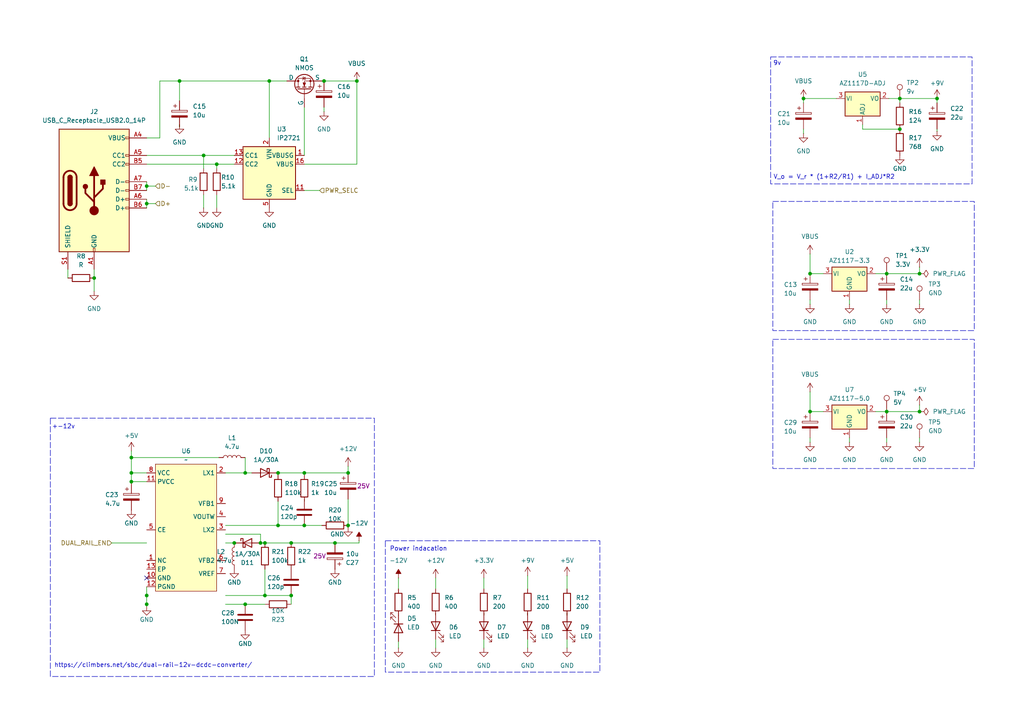
<source format=kicad_sch>
(kicad_sch (version 20231120) (generator "eeschema") (generator_version "8.0")
  (paper "A4")
  (lib_symbols
    (symbol "CODEC:R1283K0D1"
      (property "Reference" "U" (at 0 0 0))
      (symbol "R1283K0D1_1_1"
        (rectangle (start -8.89 19.05) (end 8.89 -17.78) (fill (type background)))
        (pin input line (at -11.43 -8.89 0) (length 2.54) (name "NC") (number "1"))
        (pin input line (at -11.43 -13.97 0) (length 2.54) (name "GND") (number "10"))
        (pin input line (at -11.43 13.97 0) (length 2.54) (name "PVCC") (number "11"))
        (pin input line (at -11.43 -16.51 0) (length 2.54) (name "PGND") (number "12"))
        (pin input line (at -11.43 -11.43 0) (length 2.54) (name "EP") (number "13"))
        (pin output line (at 11.43 16.51 180) (length 2.54) (name "LX1") (number "2"))
        (pin output line (at 11.43 0 180) (length 2.54) (name "LX2") (number "3"))
        (pin output line (at 11.43 3.81 180) (length 2.54) (name "VOUTW") (number "4"))
        (pin input line (at -11.43 0 0) (length 2.54) (name "CE") (number "5"))
        (pin output line (at 11.43 -8.89 180) (length 2.54) (name "VFB2") (number "6"))
        (pin output line (at 11.43 -12.7 180) (length 2.54) (name "VREF") (number "7"))
        (pin input line (at -11.43 16.51 0) (length 2.54) (name "VCC") (number "8"))
        (pin output line (at 11.43 7.62 180) (length 2.54) (name "VFB1") (number "9"))
      )
    )
    (symbol "Connector:TestPoint" (pin_numbers hide) (pin_names (offset 0.762) hide)
      (property "Reference" "TP" (at 0 6.858 0))
      (property "Value" "TestPoint" (at 0 5.08 0))
      (symbol "TestPoint_0_1"
        (circle (center 0 3.302) (radius 0.762))
      )
      (symbol "TestPoint_1_1"
        (pin passive line (at 0 0 90) (length 2.54) (name "1") (number "1"))
      )
    )
    (symbol "Connector:USB_C_Receptacle_USB2.0_14P" (pin_names (offset 1.016))
      (property "Reference" "J" (at 0 22.225 0))
      (property "Value" "USB_C_Receptacle_USB2.0_14P" (at 0 19.685 0))
      (symbol "USB_C_Receptacle_USB2.0_14P_0_0"
        (rectangle (start -0.254 -17.78) (end 0.254 -16.764))
        (rectangle (start 10.16 -4.826) (end 9.144 -5.334))
        (rectangle (start 10.16 -2.286) (end 9.144 -2.794))
        (rectangle (start 10.16 0.254) (end 9.144 -0.254))
        (rectangle (start 10.16 2.794) (end 9.144 2.286))
        (rectangle (start 10.16 7.874) (end 9.144 7.366))
        (rectangle (start 10.16 10.414) (end 9.144 9.906))
        (rectangle (start 10.16 15.494) (end 9.144 14.986))
      )
      (symbol "USB_C_Receptacle_USB2.0_14P_0_1"
        (rectangle (start -10.16 17.78) (end 10.16 -17.78) (stroke (width 0.254)) (fill (type background)))
        (arc (start -8.89 -3.81) (mid -6.985 -5.7067) (end -5.08 -3.81) (stroke (width 0.508)))
        (arc (start -7.62 -3.81) (mid -6.985 -4.4423) (end -6.35 -3.81) (stroke (width 0.254)))
        (arc (start -7.62 -3.81) (mid -6.985 -4.4423) (end -6.35 -3.81) (stroke (width 0.254)) (fill (type outline)))
        (rectangle (start -7.62 -3.81) (end -6.35 3.81) (stroke (width 0.254)) (fill (type outline)))
        (arc (start -6.35 3.81) (mid -6.985 4.4423) (end -7.62 3.81) (stroke (width 0.254)))
        (arc (start -6.35 3.81) (mid -6.985 4.4423) (end -7.62 3.81) (stroke (width 0.254)) (fill (type outline)))
        (arc (start -5.08 3.81) (mid -6.985 5.7067) (end -8.89 3.81) (stroke (width 0.508)))
        (circle (center -2.54 1.143) (radius 0.635) (stroke (width 0.254)) (fill (type outline)))
        (circle (center 0 -5.842) (radius 1.27) (fill (type outline)))
        (polyline (pts (xy -8.89 -3.81) (xy -8.89 3.81)) (stroke (width 0.508)))
        (polyline (pts (xy -5.08 3.81) (xy -5.08 -3.81)) (stroke (width 0.508)))
        (polyline (pts (xy 0 -5.842) (xy 0 4.318)) (stroke (width 0.508)))
        (polyline (pts (xy 0 -3.302) (xy -2.54 -0.762) (xy -2.54 0.508)) (stroke (width 0.508)))
        (polyline (pts (xy 0 -2.032) (xy 2.54 0.508) (xy 2.54 1.778)) (stroke (width 0.508)))
        (polyline (pts (xy -1.27 4.318) (xy 0 6.858) (xy 1.27 4.318) (xy -1.27 4.318)) (stroke (width 0.254)) (fill (type outline)))
        (rectangle (start 1.905 1.778) (end 3.175 3.048) (stroke (width 0.254)) (fill (type outline)))
      )
      (symbol "USB_C_Receptacle_USB2.0_14P_1_1"
        (pin passive line (at 0 -22.86 90) (length 5.08) (name "GND") (number "A1"))
        (pin passive line (at 0 -22.86 90) (length 5.08) hide (name "GND") (number "A12"))
        (pin passive line (at 15.24 15.24 180) (length 5.08) (name "VBUS") (number "A4"))
        (pin bidirectional line (at 15.24 10.16 180) (length 5.08) (name "CC1") (number "A5"))
        (pin bidirectional line (at 15.24 -2.54 180) (length 5.08) (name "D+") (number "A6"))
        (pin bidirectional line (at 15.24 2.54 180) (length 5.08) (name "D-") (number "A7"))
        (pin passive line (at 15.24 15.24 180) (length 5.08) hide (name "VBUS") (number "A9"))
        (pin passive line (at 0 -22.86 90) (length 5.08) hide (name "GND") (number "B1"))
        (pin passive line (at 0 -22.86 90) (length 5.08) hide (name "GND") (number "B12"))
        (pin passive line (at 15.24 15.24 180) (length 5.08) hide (name "VBUS") (number "B4"))
        (pin bidirectional line (at 15.24 7.62 180) (length 5.08) (name "CC2") (number "B5"))
        (pin bidirectional line (at 15.24 -5.08 180) (length 5.08) (name "D+") (number "B6"))
        (pin bidirectional line (at 15.24 0 180) (length 5.08) (name "D-") (number "B7"))
        (pin passive line (at 15.24 15.24 180) (length 5.08) hide (name "VBUS") (number "B9"))
        (pin passive line (at -7.62 -22.86 90) (length 5.08) (name "SHIELD") (number "S1"))
      )
    )
    (symbol "Device:C" (pin_numbers hide) (pin_names (offset 0.254))
      (property "Reference" "C" (at 0.635 2.54 0))
      (property "Value" "C" (at 0.635 -2.54 0))
      (symbol "C_0_1"
        (polyline (pts (xy -2.032 -0.762) (xy 2.032 -0.762)) (stroke (width 0.508)))
        (polyline (pts (xy -2.032 0.762) (xy 2.032 0.762)) (stroke (width 0.508)))
      )
      (symbol "C_1_1"
        (pin passive line (at 0 3.81 270) (length 2.794) (name "~") (number "1"))
        (pin passive line (at 0 -3.81 90) (length 2.794) (name "~") (number "2"))
      )
    )
    (symbol "Device:C_Polarized" (pin_numbers hide) (pin_names (offset 0.254))
      (property "Reference" "C" (at 0.635 2.54 0))
      (property "Value" "C_Polarized" (at 0.635 -2.54 0))
      (symbol "C_Polarized_0_1"
        (rectangle (start -2.286 0.508) (end 2.286 1.016))
        (polyline (pts (xy -1.778 2.286) (xy -0.762 2.286)))
        (polyline (pts (xy -1.27 2.794) (xy -1.27 1.778)))
        (rectangle (start 2.286 -0.508) (end -2.286 -1.016) (fill (type outline)))
      )
      (symbol "C_Polarized_1_1"
        (pin passive line (at 0 3.81 270) (length 2.794) (name "~") (number "1"))
        (pin passive line (at 0 -3.81 90) (length 2.794) (name "~") (number "2"))
      )
    )
    (symbol "Device:D_Schottky" (pin_numbers hide) (pin_names (offset 1.016) hide)
      (property "Reference" "D" (at 0 2.54 0))
      (property "Value" "D_Schottky" (at 0 -2.54 0))
      (symbol "D_Schottky_0_1"
        (polyline (pts (xy 1.27 0) (xy -1.27 0)))
        (polyline (pts (xy 1.27 1.27) (xy 1.27 -1.27) (xy -1.27 0) (xy 1.27 1.27)) (stroke (width 0.254)))
        (polyline (pts (xy -1.905 0.635) (xy -1.905 1.27) (xy -1.27 1.27) (xy -1.27 -1.27) (xy -0.635 -1.27) (xy -0.635 -0.635)) (stroke (width 0.254)))
      )
      (symbol "D_Schottky_1_1"
        (pin passive line (at -3.81 0 0) (length 2.54) (name "K") (number "1"))
        (pin passive line (at 3.81 0 180) (length 2.54) (name "A") (number "2"))
      )
    )
    (symbol "Device:L" (pin_numbers hide) (pin_names (offset 1.016) hide)
      (property "Reference" "L" (at -1.27 0 90))
      (property "Value" "L" (at 1.905 0 90))
      (symbol "L_0_1"
        (arc (start 0 -2.54) (mid 0.6323 -1.905) (end 0 -1.27))
        (arc (start 0 -1.27) (mid 0.6323 -0.635) (end 0 0))
        (arc (start 0 0) (mid 0.6323 0.635) (end 0 1.27))
        (arc (start 0 1.27) (mid 0.6323 1.905) (end 0 2.54))
      )
      (symbol "L_1_1"
        (pin passive line (at 0 3.81 270) (length 1.27) (name "1") (number "1"))
        (pin passive line (at 0 -3.81 90) (length 1.27) (name "2") (number "2"))
      )
    )
    (symbol "Device:LED" (pin_numbers hide) (pin_names (offset 1.016) hide)
      (property "Reference" "D" (at 0 2.54 0))
      (property "Value" "LED" (at 0 -2.54 0))
      (symbol "LED_0_1"
        (polyline (pts (xy -1.27 -1.27) (xy -1.27 1.27)) (stroke (width 0.254)))
        (polyline (pts (xy -1.27 0) (xy 1.27 0)))
        (polyline (pts (xy 1.27 -1.27) (xy 1.27 1.27) (xy -1.27 0) (xy 1.27 -1.27)) (stroke (width 0.254)))
        (polyline (pts (xy -3.048 -0.762) (xy -4.572 -2.286) (xy -3.81 -2.286) (xy -4.572 -2.286) (xy -4.572 -1.524)))
        (polyline (pts (xy -1.778 -0.762) (xy -3.302 -2.286) (xy -2.54 -2.286) (xy -3.302 -2.286) (xy -3.302 -1.524)))
      )
      (symbol "LED_1_1"
        (pin passive line (at -3.81 0 0) (length 2.54) (name "K") (number "1"))
        (pin passive line (at 3.81 0 180) (length 2.54) (name "A") (number "2"))
      )
    )
    (symbol "Device:R" (pin_numbers hide) (pin_names (offset 0))
      (property "Reference" "R" (at 2.032 0 90))
      (property "Value" "R" (at 0 0 90))
      (symbol "R_0_1"
        (rectangle (start -1.016 -2.54) (end 1.016 2.54) (stroke (width 0.254)))
      )
      (symbol "R_1_1"
        (pin passive line (at 0 3.81 270) (length 1.27) (name "~") (number "1"))
        (pin passive line (at 0 -3.81 90) (length 1.27) (name "~") (number "2"))
      )
    )
    (symbol "Interface_USB:IP2721"
      (property "Reference" "U" (at 5.08 -10.16 0))
      (property "Value" "IP2721" (at 7.62 -12.7 0))
      (symbol "IP2721_0_1"
        (rectangle (start -7.62 7.62) (end 7.62 -7.62) (stroke (width 0.254)) (fill (type background)))
      )
      (symbol "IP2721_1_1"
        (pin output line (at 10.16 5.08 180) (length 2.54) (name "VBUSG") (number "1"))
        (pin no_connect line (at -2.54 -7.62 90) (length 2.54) hide (name "NC") (number "10"))
        (pin input line (at 10.16 -5.08 180) (length 2.54) (name "SEL") (number "11"))
        (pin bidirectional line (at -10.16 2.54 0) (length 2.54) (name "CC2") (number "12"))
        (pin bidirectional line (at -10.16 5.08 0) (length 2.54) (name "CC1") (number "13"))
        (pin no_connect line (at 2.54 -7.62 90) (length 2.54) hide (name "NC") (number "14"))
        (pin no_connect line (at 5.08 -7.62 90) (length 2.54) hide (name "NC") (number "15"))
        (pin input line (at 10.16 2.54 180) (length 2.54) (name "VBUS") (number "16"))
        (pin power_in line (at 0 10.16 270) (length 2.54) (name "VIN") (number "2"))
        (pin no_connect line (at -5.08 7.62 270) (length 2.54) hide (name "NC") (number "3"))
        (pin no_connect line (at -7.62 -2.54 0) (length 2.54) hide (name "NC") (number "4"))
        (pin power_in line (at 0 -10.16 90) (length 2.54) (name "GND") (number "5"))
        (pin no_connect line (at -2.54 7.62 270) (length 2.54) hide (name "NC") (number "6"))
        (pin no_connect line (at 2.54 7.62 270) (length 2.54) hide (name "NC") (number "7"))
        (pin no_connect line (at 5.08 7.62 270) (length 2.54) hide (name "NC") (number "8"))
        (pin no_connect line (at -5.08 -7.62 90) (length 2.54) hide (name "NC") (number "9"))
      )
    )
    (symbol "Regulator_Linear:AZ1117-3.3" (pin_names (offset 0.254))
      (property "Reference" "U" (at -3.81 3.175 0))
      (property "Value" "AZ1117-3.3" (at 0 3.175 0))
      (symbol "AZ1117-3.3_0_1"
        (rectangle (start -5.08 1.905) (end 5.08 -5.08) (stroke (width 0.254)) (fill (type background)))
      )
      (symbol "AZ1117-3.3_1_1"
        (pin power_in line (at 0 -7.62 90) (length 2.54) (name "GND") (number "1"))
        (pin power_out line (at 7.62 0 180) (length 2.54) (name "VO") (number "2"))
        (pin power_in line (at -7.62 0 0) (length 2.54) (name "VI") (number "3"))
      )
    )
    (symbol "Regulator_Linear:AZ1117-5.0" (pin_names (offset 0.254))
      (property "Reference" "U" (at -3.81 3.175 0))
      (property "Value" "AZ1117-5.0" (at 0 3.175 0))
      (symbol "AZ1117-5.0_0_1"
        (rectangle (start -5.08 1.905) (end 5.08 -5.08) (stroke (width 0.254)) (fill (type background)))
      )
      (symbol "AZ1117-5.0_1_1"
        (pin power_in line (at 0 -7.62 90) (length 2.54) (name "GND") (number "1"))
        (pin power_out line (at 7.62 0 180) (length 2.54) (name "VO") (number "2"))
        (pin power_in line (at -7.62 0 0) (length 2.54) (name "VI") (number "3"))
      )
    )
    (symbol "Regulator_Linear:AZ1117D-ADJ" (pin_names (offset 0.254))
      (property "Reference" "U" (at -3.81 3.175 0))
      (property "Value" "AZ1117D-ADJ" (at 0 3.175 0))
      (symbol "AZ1117D-ADJ_0_1"
        (rectangle (start -5.08 1.905) (end 5.08 -5.08) (stroke (width 0.254)) (fill (type background)))
      )
      (symbol "AZ1117D-ADJ_1_1"
        (pin input line (at 0 -7.62 90) (length 2.54) (name "ADJ") (number "1"))
        (pin power_out line (at 7.62 0 180) (length 2.54) (name "VO") (number "2"))
        (pin power_in line (at -7.62 0 0) (length 2.54) (name "VI") (number "3"))
      )
    )
    (symbol "Simulation_SPICE:NMOS" (pin_numbers hide) (pin_names (offset 0))
      (property "Reference" "Q" (at 5.08 1.27 0))
      (property "Value" "NMOS" (at 5.08 -1.27 0))
      (symbol "NMOS_0_1"
        (polyline (pts (xy 0.254 0) (xy -2.54 0)))
        (polyline (pts (xy 0.254 1.905) (xy 0.254 -1.905)) (stroke (width 0.254)))
        (polyline (pts (xy 0.762 -1.27) (xy 0.762 -2.286)) (stroke (width 0.254)))
        (polyline (pts (xy 0.762 0.508) (xy 0.762 -0.508)) (stroke (width 0.254)))
        (polyline (pts (xy 0.762 2.286) (xy 0.762 1.27)) (stroke (width 0.254)))
        (polyline (pts (xy 2.54 2.54) (xy 2.54 1.778)))
        (polyline (pts (xy 2.54 -2.54) (xy 2.54 0) (xy 0.762 0)))
        (polyline (pts (xy 0.762 -1.778) (xy 3.302 -1.778) (xy 3.302 1.778) (xy 0.762 1.778)))
        (polyline (pts (xy 1.016 0) (xy 2.032 0.381) (xy 2.032 -0.381) (xy 1.016 0)) (fill (type outline)))
        (polyline (pts (xy 2.794 0.508) (xy 2.921 0.381) (xy 3.683 0.381) (xy 3.81 0.254)))
        (polyline (pts (xy 3.302 0.381) (xy 2.921 -0.254) (xy 3.683 -0.254) (xy 3.302 0.381)))
        (circle (center 1.651 0) (radius 2.794) (stroke (width 0.254)))
        (circle (center 2.54 -1.778) (radius 0.254) (fill (type outline)))
        (circle (center 2.54 1.778) (radius 0.254) (fill (type outline)))
      )
      (symbol "NMOS_1_1"
        (pin passive line (at 2.54 5.08 270) (length 2.54) (name "D") (number "1"))
        (pin input line (at -5.08 0 0) (length 2.54) (name "G") (number "2"))
        (pin passive line (at 2.54 -5.08 90) (length 2.54) (name "S") (number "3"))
      )
    )
    (symbol "power:+12V" (power) (pin_numbers hide) (pin_names (offset 0) hide)
      (property "Value" "+12V" (at 0 3.556 0))
      (symbol "+12V_0_1"
        (polyline (pts (xy -0.762 1.27) (xy 0 2.54)))
        (polyline (pts (xy 0 0) (xy 0 2.54)))
        (polyline (pts (xy 0 2.54) (xy 0.762 1.27)))
      )
      (symbol "+12V_1_1"
        (pin power_in line (at 0 0 90) (length 0) (name "~") (number "1"))
      )
    )
    (symbol "power:+3.3V" (power) (pin_numbers hide) (pin_names (offset 0) hide)
      (property "Value" "+3.3V" (at 0 3.556 0))
      (symbol "+3.3V_0_1"
        (polyline (pts (xy -0.762 1.27) (xy 0 2.54)))
        (polyline (pts (xy 0 0) (xy 0 2.54)))
        (polyline (pts (xy 0 2.54) (xy 0.762 1.27)))
      )
      (symbol "+3.3V_1_1"
        (pin power_in line (at 0 0 90) (length 0) (name "~") (number "1"))
      )
    )
    (symbol "power:+5V" (power) (pin_numbers hide) (pin_names (offset 0) hide)
      (property "Value" "+5V" (at 0 3.556 0))
      (symbol "+5V_0_1"
        (polyline (pts (xy -0.762 1.27) (xy 0 2.54)))
        (polyline (pts (xy 0 0) (xy 0 2.54)))
        (polyline (pts (xy 0 2.54) (xy 0.762 1.27)))
      )
      (symbol "+5V_1_1"
        (pin power_in line (at 0 0 90) (length 0) (name "~") (number "1"))
      )
    )
    (symbol "power:+9V" (power) (pin_numbers hide) (pin_names (offset 0) hide)
      (property "Value" "+9V" (at 0 3.556 0))
      (symbol "+9V_0_1"
        (polyline (pts (xy -0.762 1.27) (xy 0 2.54)))
        (polyline (pts (xy 0 0) (xy 0 2.54)))
        (polyline (pts (xy 0 2.54) (xy 0.762 1.27)))
      )
      (symbol "+9V_1_1"
        (pin power_in line (at 0 0 90) (length 0) (name "~") (number "1"))
      )
    )
    (symbol "power:-12V" (power) (pin_numbers hide) (pin_names (offset 0) hide)
      (property "Value" "-12V" (at 0 3.556 0))
      (symbol "-12V_0_0"
        (pin power_in line (at 0 0 90) (length 0) (name "~") (number "1"))
      )
      (symbol "-12V_0_1"
        (polyline (pts (xy 0 0) (xy 0 1.27) (xy 0.762 1.27) (xy 0 2.54) (xy -0.762 1.27) (xy 0 1.27)) (fill (type outline)))
      )
    )
    (symbol "power:GND" (power) (pin_numbers hide) (pin_names (offset 0) hide)
      (property "Value" "GND" (at 0 -3.81 0))
      (symbol "GND_0_1"
        (polyline (pts (xy 0 0) (xy 0 -1.27) (xy 1.27 -1.27) (xy 0 -2.54) (xy -1.27 -1.27) (xy 0 -1.27)))
      )
      (symbol "GND_1_1"
        (pin power_in line (at 0 0 270) (length 0) (name "~") (number "1"))
      )
    )
    (symbol "power:PWR_FLAG" (power) (pin_numbers hide) (pin_names (offset 0) hide)
      (property "Value" "PWR_FLAG" (at 0 3.81 0))
      (symbol "PWR_FLAG_0_0"
        (pin power_out line (at 0 0 90) (length 0) (name "~") (number "1"))
      )
      (symbol "PWR_FLAG_0_1"
        (polyline (pts (xy 0 0) (xy 0 1.27) (xy -1.016 1.905) (xy 0 2.54) (xy 1.016 1.905) (xy 0 1.27)))
      )
    )
    (symbol "power:VBUS" (power) (pin_numbers hide) (pin_names (offset 0) hide)
      (property "Value" "VBUS" (at 0 3.556 0))
      (symbol "VBUS_0_1"
        (polyline (pts (xy -0.762 1.27) (xy 0 2.54)))
        (polyline (pts (xy 0 0) (xy 0 2.54)))
        (polyline (pts (xy 0 2.54) (xy 0.762 1.27)))
      )
      (symbol "VBUS_1_1"
        (pin power_in line (at 0 0 90) (length 0) (name "~") (number "1"))
      )
    )
  )
  (junction (at 71.12 137.16))
  (junction (at 88.265 152.4))
  (junction (at 103.505 23.495))
  (junction (at 38.1 132.715))
  (junction (at 52.07 23.495))
  (junction (at 38.1 139.7))
  (junction (at 42.545 59.055))
  (junction (at 260.985 28.575))
  (junction (at 62.865 47.625))
  (junction (at 271.78 28.575))
  (junction (at 67.945 157.48))
  (junction (at 76.835 172.72))
  (junction (at 42.545 53.975))
  (junction (at 84.455 172.72))
  (junction (at 234.95 119.38))
  (junction (at 266.7 79.375))
  (junction (at 93.98 23.495))
  (junction (at 84.455 157.48))
  (junction (at 257.175 79.375))
  (junction (at 88.265 137.16))
  (junction (at 260.985 37.465))
  (junction (at 27.305 80.645))
  (junction (at 80.645 137.16))
  (junction (at 75.565 157.48))
  (junction (at 71.12 175.26))
  (junction (at 97.155 157.48))
  (junction (at 42.545 175.26))
  (junction (at 42.545 172.72))
  (junction (at 100.965 137.16))
  (junction (at 266.7 119.38))
  (junction (at 257.175 119.38))
  (junction (at 59.055 45.085))
  (junction (at 76.835 157.48))
  (junction (at 234.95 79.375))
  (junction (at 100.965 152.4))
  (junction (at 80.645 152.4))
  (junction (at 233.045 28.575))
  (junction (at 78.105 23.495))
  (junction (at 38.1 137.16))
  (no_connect (at 42.545 167.64))
  (wire (pts (xy 42.545 172.72) (xy 42.545 175.26)))
  (wire (pts (xy 88.265 47.625) (xy 103.505 47.625)))
  (wire (pts (xy 164.465 178.435) (xy 164.465 177.8)))
  (wire (pts (xy 46.355 23.495) (xy 46.355 40.005)))
  (wire (pts (xy 164.465 167.005) (xy 164.465 170.815)))
  (wire (pts (xy 42.545 175.26) (xy 42.545 175.895)))
  (wire (pts (xy 84.455 157.48) (xy 97.155 157.48)))
  (wire (pts (xy 42.545 53.975) (xy 42.545 55.245)))
  (wire (pts (xy 42.545 45.085) (xy 59.055 45.085)))
  (wire (pts (xy 38.1 139.7) (xy 42.545 139.7)))
  (wire (pts (xy 42.545 53.975) (xy 45.085 53.975)))
  (wire (pts (xy 257.175 119.38) (xy 266.7 119.38)))
  (wire (pts (xy 88.265 145.415) (xy 88.265 144.78)))
  (wire (pts (xy 88.265 31.115) (xy 88.265 45.085)))
  (wire (pts (xy 65.405 137.16) (xy 71.12 137.16)))
  (wire (pts (xy 100.965 144.78) (xy 100.965 152.4)))
  (wire (pts (xy 80.645 152.4) (xy 88.265 152.4)))
  (wire (pts (xy 27.305 80.645) (xy 27.305 78.105)))
  (wire (pts (xy 46.355 23.495) (xy 52.07 23.495)))
  (wire (pts (xy 42.545 47.625) (xy 62.865 47.625)))
  (wire (pts (xy 164.465 187.96) (xy 164.465 185.42)))
  (wire (pts (xy 76.835 157.48) (xy 75.565 157.48)))
  (wire (pts (xy 103.505 23.495) (xy 93.98 23.495)))
  (wire (pts (xy 126.365 178.435) (xy 126.365 177.8)))
  (wire (pts (xy 27.305 84.455) (xy 27.305 80.645)))
  (wire (pts (xy 234.95 113.665) (xy 234.95 119.38)))
  (wire (pts (xy 76.835 165.1) (xy 76.835 172.72)))
  (wire (pts (xy 42.545 52.705) (xy 42.545 53.975)))
  (wire (pts (xy 260.985 37.465) (xy 250.19 37.465)))
  (wire (pts (xy 38.1 132.715) (xy 63.5 132.715)))
  (wire (pts (xy 271.78 37.465) (xy 271.78 38.1)))
  (wire (pts (xy 103.505 47.625) (xy 103.505 23.495)))
  (wire (pts (xy 254 119.38) (xy 257.175 119.38)))
  (wire (pts (xy 257.175 127) (xy 257.175 128.27)))
  (wire (pts (xy 104.14 156.845) (xy 104.14 157.48)))
  (wire (pts (xy 153.035 178.435) (xy 153.035 177.8)))
  (wire (pts (xy 100.965 135.255) (xy 100.965 137.16)))
  (wire (pts (xy 234.95 79.375) (xy 238.76 79.375)))
  (wire (pts (xy 71.12 137.16) (xy 71.12 132.715)))
  (wire (pts (xy 97.155 157.48) (xy 104.14 157.48)))
  (wire (pts (xy 234.95 119.38) (xy 238.76 119.38)))
  (wire (pts (xy 250.19 37.465) (xy 250.19 36.195)))
  (wire (pts (xy 42.545 59.055) (xy 45.085 59.055)))
  (wire (pts (xy 88.265 137.795) (xy 88.265 137.16)))
  (wire (pts (xy 266.7 86.995) (xy 266.7 88.265)))
  (wire (pts (xy 65.405 175.26) (xy 71.12 175.26)))
  (wire (pts (xy 38.1 137.16) (xy 38.1 132.715)))
  (wire (pts (xy 42.545 137.16) (xy 38.1 137.16)))
  (wire (pts (xy 84.455 172.72) (xy 84.455 175.26)))
  (wire (pts (xy 260.985 28.575) (xy 260.985 29.845)))
  (wire (pts (xy 257.81 28.575) (xy 260.985 28.575)))
  (wire (pts (xy 65.405 157.48) (xy 67.945 157.48)))
  (wire (pts (xy 80.645 145.415) (xy 80.645 152.4)))
  (wire (pts (xy 153.035 167.005) (xy 153.035 170.815)))
  (wire (pts (xy 234.95 86.995) (xy 234.95 88.265)))
  (wire (pts (xy 59.055 45.085) (xy 67.945 45.085)))
  (wire (pts (xy 254 79.375) (xy 257.175 79.375)))
  (wire (pts (xy 266.7 127) (xy 266.7 128.27)))
  (wire (pts (xy 75.565 154.94) (xy 75.565 157.48)))
  (wire (pts (xy 100.965 153.035) (xy 100.965 152.4)))
  (wire (pts (xy 80.645 137.795) (xy 80.645 137.16)))
  (wire (pts (xy 42.545 170.18) (xy 42.545 172.72)))
  (wire (pts (xy 73.025 137.16) (xy 71.12 137.16)))
  (wire (pts (xy 65.405 152.4) (xy 80.645 152.4)))
  (wire (pts (xy 140.335 167.64) (xy 140.335 170.815)))
  (wire (pts (xy 246.38 127) (xy 246.38 128.27)))
  (wire (pts (xy 80.645 137.16) (xy 88.265 137.16)))
  (wire (pts (xy 38.1 137.16) (xy 38.1 139.7)))
  (wire (pts (xy 93.98 31.115) (xy 93.98 32.385)))
  (wire (pts (xy 115.57 167.64) (xy 115.57 170.815)))
  (wire (pts (xy 257.175 86.995) (xy 257.175 88.265)))
  (wire (pts (xy 65.405 154.94) (xy 75.565 154.94)))
  (wire (pts (xy 260.985 28.575) (xy 271.78 28.575)))
  (wire (pts (xy 62.865 47.625) (xy 67.945 47.625)))
  (wire (pts (xy 65.405 172.72) (xy 76.835 172.72)))
  (wire (pts (xy 126.365 167.64) (xy 126.365 170.815)))
  (wire (pts (xy 71.12 175.26) (xy 76.835 175.26)))
  (wire (pts (xy 140.335 187.96) (xy 140.335 185.42)))
  (wire (pts (xy 88.265 137.16) (xy 100.965 137.16)))
  (wire (pts (xy 52.07 23.495) (xy 78.105 23.495)))
  (wire (pts (xy 93.98 23.495) (xy 93.345 23.495)))
  (wire (pts (xy 52.07 23.495) (xy 52.07 29.21)))
  (wire (pts (xy 153.035 187.96) (xy 153.035 185.42)))
  (wire (pts (xy 32.385 157.48) (xy 42.545 157.48)))
  (wire (pts (xy 59.055 60.325) (xy 59.055 56.515)))
  (wire (pts (xy 93.345 152.4) (xy 88.265 152.4)))
  (wire (pts (xy 257.175 78.74) (xy 257.175 79.375)))
  (wire (pts (xy 52.07 36.83) (xy 52.07 36.195)))
  (wire (pts (xy 76.835 157.48) (xy 84.455 157.48)))
  (wire (pts (xy 126.365 187.96) (xy 126.365 185.42)))
  (wire (pts (xy 88.265 55.245) (xy 92.71 55.245)))
  (wire (pts (xy 59.055 48.895) (xy 59.055 45.085)))
  (wire (pts (xy 233.045 28.575) (xy 233.045 29.845)))
  (wire (pts (xy 233.045 28.575) (xy 242.57 28.575)))
  (wire (pts (xy 266.7 117.475) (xy 266.7 119.38)))
  (wire (pts (xy 257.175 79.375) (xy 266.7 79.375)))
  (wire (pts (xy 233.045 37.465) (xy 233.045 38.735)))
  (wire (pts (xy 38.1 139.7) (xy 38.1 140.335)))
  (wire (pts (xy 234.95 127) (xy 234.95 128.27)))
  (wire (pts (xy 271.78 28.575) (xy 271.78 29.845)))
  (wire (pts (xy 246.38 86.995) (xy 246.38 88.265)))
  (wire (pts (xy 62.865 60.325) (xy 62.865 56.515)))
  (wire (pts (xy 42.545 40.005) (xy 46.355 40.005)))
  (wire (pts (xy 78.105 40.005) (xy 78.105 23.495)))
  (wire (pts (xy 257.175 118.745) (xy 257.175 119.38)))
  (wire (pts (xy 42.545 59.055) (xy 42.545 60.325)))
  (wire (pts (xy 115.57 187.96) (xy 115.57 186.055)))
  (wire (pts (xy 78.105 23.495) (xy 83.185 23.495)))
  (wire (pts (xy 42.545 57.785) (xy 42.545 59.055)))
  (wire (pts (xy 38.1 130.81) (xy 38.1 132.715)))
  (wire (pts (xy 234.95 73.66) (xy 234.95 79.375)))
  (wire (pts (xy 19.685 80.645) (xy 19.685 78.105)))
  (wire (pts (xy 140.335 178.435) (xy 140.335 177.8)))
  (wire (pts (xy 76.835 172.72) (xy 84.455 172.72)))
  (wire (pts (xy 62.865 48.895) (xy 62.865 47.625)))
  (wire (pts (xy 266.7 77.47) (xy 266.7 79.375)))
  (rectangle (start 111.76 156.845) (end 173.99 194.945) (stroke (width 0) (type dash)))
  (rectangle (start 224.155 98.425) (end 282.575 135.89) (stroke (width 0) (type dash)))
  (rectangle (start 224.155 58.42) (end 282.575 95.885) (stroke (width 0) (type dash)))
  (rectangle (start 223.52 16.51) (end 281.94 53.34) (stroke (width 0) (type dash)))
  (rectangle (start 14.605 121.285) (end 108.585 196.215) (stroke (width 0) (type dash)))
  (rectangle (start 229.235 16.51) (end 229.235 16.51))
  (text_box "do we think there is a better way to do these LDOs, like bucks instead\n\n\ni do wonder if we need PD anymore or if we can just buck boost the 5v vbus upto 9v\n\nwe should treat every thing here as kinda rf, so we dont fuck with any audio signals too much\n" (at 298.45 19.685 0) (size 67.31 112.395) (effects (font (size 1.27 1.27)) (justify left top)))
  (text "9v" (at 225.425 18.415 0) (effects (font (size 1.27 1.27))))
  (text "https://climbers.net/sbc/dual-rail-12v-dcdc-converter/" (at 44.45 193.04 0) (effects (font (size 1.27 1.27))))
  (text "+-12v" (at 18.415 123.825 0) (effects (font (size 1.27 1.27))))
  (text "Power indacation\n" (at 113.03 160.02 0) (effects (font (size 1.27 1.27)) (justify left bottom)))
  (text "V_o = V_r * (1+R2/R1) + I_ADJ*R2\n" (at 241.935 51.435 0) (effects (font (size 1.27 1.27))))
  (hierarchical_label "PWR_SELC" (shape input) (at 92.71 55.245 0))
  (hierarchical_label "D-" (shape input) (at 45.085 53.975 0))
  (hierarchical_label "D+" (shape input) (at 45.085 59.055 0))
  (hierarchical_label "DUAL_RAIL_EN" (shape input) (at 32.385 157.48 180))
  (symbol (lib_id "power:GND") (at 271.78 38.1 0) (unit 1)
    (property "Reference" "#PWR053" (effects (hide yes)))
    (property "Value" "GND" (at 271.78 43.18 0))
    (property "Description" "Power symbol creates a global label with name \"GND\" , ground" (effects (hide yes)))
  )
  (symbol (lib_id "Device:R") (at 59.055 52.705 0) (unit 1)
    (property "Reference" "R9" (at 54.61 52.07 0) (effects (justify left)))
    (property "Value" "5.1k" (at 53.34 54.61 0) (effects (justify left)))
    (property "Description" "Resistor" (effects (hide yes)))
  )
  (symbol (lib_id "Device:D_Schottky") (at 71.755 157.48 0) (unit 1)
    (property "Reference" "D11" (at 71.755 163.195 0))
    (property "Value" "1A/30A" (at 71.755 160.655 0))
    (property "Description" "Schottky diode" (effects (hide yes)))
    (property "A" "1" (effects (hide yes)))
    (property "V" "30" (effects (hide yes)))
  )
  (symbol (lib_id "Device:C_Polarized") (at 234.95 123.19 0) (unit 1)
    (property "Reference" "C29" (at 227.33 122.555 0) (effects (justify left)))
    (property "Value" "10u" (at 227.33 125.095 0) (effects (justify left)))
    (property "Footprint" "Capacitor_SMD:C_0805_2012Metric" (effects (hide yes)))
    (property "Description" "Polarized capacitor" (effects (hide yes)))
  )
  (symbol (lib_id "Device:R") (at 97.155 152.4 90) (unit 1)
    (property "Reference" "R20" (at 97.155 147.955 90))
    (property "Value" "10K" (at 97.155 150.495 90))
    (property "Description" "Resistor" (effects (hide yes)))
  )
  (symbol (lib_id "Regulator_Linear:AZ1117D-ADJ") (at 250.19 28.575 0) (unit 1)
    (property "Reference" "U5" (at 250.19 21.59 0))
    (property "Value" "AZ1117D-ADJ" (at 250.19 24.13 0))
    (property "Footprint" "Package_TO_SOT_SMD:TO-252-2" (effects (hide yes)))
    (property "Datasheet" "https://www.diodes.com/assets/Datasheets/products_inactive_data/AZ1117.pdf" (effects (hide yes)))
    (property "Description" "1A 20V Adjustable LDO Linear Regulator, TO-252" (effects (hide yes)))
  )
  (symbol (lib_id "Connector:USB_C_Receptacle_USB2.0_14P") (at 27.305 55.245 0) (unit 1)
    (property "Reference" "J2" (at 27.305 32.385 0))
    (property "Value" "USB_C_Receptacle_USB2.0_14P" (at 27.305 34.925 0))
    (property "Datasheet" "https://www.usb.org/sites/default/files/documents/usb_type-c.zip" (effects (hide yes)))
    (property "Description" "USB 2.0-only 14P Type-C Receptacle connector" (effects (hide yes)))
  )
  (symbol (lib_id "power:GND") (at 234.95 128.27 0) (unit 1)
    (property "Reference" "#PWR067" (effects (hide yes)))
    (property "Value" "GND" (at 234.95 133.35 0))
    (property "Description" "Power symbol creates a global label with name \"GND\" , ground" (effects (hide yes)))
  )
  (symbol (lib_id "Connector:TestPoint") (at 266.7 127 0) (unit 1)
    (property "Reference" "TP5" (at 269.24 122.428 0) (effects (justify left)))
    (property "Value" "GND" (at 269.24 124.968 0) (effects (justify left)))
    (property "Footprint" "TestPoint:TestPoint_Pad_D1.5mm" (effects (hide yes)))
    (property "Description" "test point" (effects (hide yes)))
  )
  (symbol (lib_id "power:+12V") (at 126.365 167.64 0) (unit 1)
    (property "Reference" "#PWR032" (effects (hide yes)))
    (property "Value" "+12V" (at 126.365 162.56 0))
    (property "Description" "Power symbol creates a global label with name \"+12V\"" (effects (hide yes)))
  )
  (symbol (lib_id "Device:LED") (at 153.035 181.61 90) (unit 1)
    (property "Reference" "D8" (at 156.845 181.9275 90) (effects (justify right)))
    (property "Value" "LED" (at 156.845 184.4675 90) (effects (justify right)))
    (property "Footprint" "LED_SMD:LED_0805_2012Metric" (effects (hide yes)))
    (property "Description" "Light emitting diode" (effects (hide yes)))
  )
  (symbol (lib_id "Device:L") (at 67.31 132.715 90) (unit 1)
    (property "Reference" "L1" (at 67.31 127 90))
    (property "Value" "4.7u" (at 67.31 129.54 90))
    (property "Description" "Inductor" (effects (hide yes)))
  )
  (symbol (lib_id "power:-12V") (at 104.14 156.845 0) (unit 1)
    (property "Reference" "#PWR064" (effects (hide yes)))
    (property "Value" "-12V" (at 104.14 151.765 0))
    (property "Description" "Power symbol creates a global label with name \"-12V\"" (effects (hide yes)))
  )
  (symbol (lib_id "power:GND") (at 62.865 60.325 0) (unit 1)
    (property "Reference" "#PWR023" (effects (hide yes)))
    (property "Value" "GND" (at 62.865 65.405 0))
    (property "Description" "Power symbol creates a global label with name \"GND\" , ground" (effects (hide yes)))
  )
  (symbol (lib_id "power:+5V") (at 38.1 130.81 0) (unit 1)
    (property "Reference" "#PWR072" (effects (hide yes)))
    (property "Value" "+5V" (at 38.1 126.365 0))
    (property "Description" "Power symbol creates a global label with name \"+5V\"" (effects (hide yes)))
  )
  (symbol (lib_id "Device:R") (at 76.835 161.29 0) (unit 1)
    (property "Reference" "R21" (at 78.74 160.0199 0) (effects (justify left)))
    (property "Value" "100k" (at 78.74 162.5599 0) (effects (justify left)))
    (property "Description" "Resistor" (effects (hide yes)))
  )
  (symbol (lib_id "Device:L") (at 67.945 161.29 180) (unit 1)
    (property "Reference" "L2" (at 62.865 160.02 0) (effects (justify right)))
    (property "Value" "4.7u" (at 62.865 162.56 0) (effects (justify right)))
    (property "Description" "Inductor" (effects (hide yes)))
  )
  (symbol (lib_id "power:GND") (at 257.175 88.265 0) (unit 1)
    (property "Reference" "#PWR034" (effects (hide yes)))
    (property "Value" "GND" (at 257.175 93.345 0))
    (property "Description" "Power symbol creates a global label with name \"GND\" , ground" (effects (hide yes)))
  )
  (symbol (lib_id "Device:R") (at 115.57 174.625 180) (unit 1)
    (property "Reference" "R5" (at 118.11 173.355 0) (effects (justify right)))
    (property "Value" "400" (at 118.11 175.895 0) (effects (justify right)))
    (property "Footprint" "Resistor_SMD:R_0805_2012Metric" (effects (hide yes)))
    (property "Description" "Resistor" (effects (hide yes)))
  )
  (symbol (lib_id "power:GND") (at 71.12 182.88 0) (unit 1)
    (property "Reference" "#PWR065" (effects (hide yes)))
    (property "Value" "GND" (at 71.12 186.69 0))
    (property "Description" "Power symbol creates a global label with name \"GND\" , ground" (effects (hide yes)))
  )
  (symbol (lib_id "power:GND") (at 153.035 187.96 0) (unit 1)
    (property "Reference" "#PWR025" (effects (hide yes)))
    (property "Value" "GND" (at 153.035 193.04 0))
    (property "Description" "Power symbol creates a global label with name \"GND\" , ground" (effects (hide yes)))
  )
  (symbol (lib_id "power:GND") (at 140.335 187.96 0) (unit 1)
    (property "Reference" "#PWR036" (effects (hide yes)))
    (property "Value" "GND" (at 140.335 193.04 0))
    (property "Description" "Power symbol creates a global label with name \"GND\" , ground" (effects (hide yes)))
  )
  (symbol (lib_id "power:GND") (at 126.365 187.96 0) (unit 1)
    (property "Reference" "#PWR033" (effects (hide yes)))
    (property "Value" "GND" (at 126.365 193.04 0))
    (property "Description" "Power symbol creates a global label with name \"GND\" , ground" (effects (hide yes)))
  )
  (symbol (lib_id "Device:R") (at 260.985 41.275 180) (unit 1)
    (property "Reference" "R17" (at 263.525 40.0049 0) (effects (justify right)))
    (property "Value" "768" (at 263.525 42.5449 0) (effects (justify right)))
    (property "Footprint" "Resistor_SMD:R_0805_2012Metric" (effects (hide yes)))
    (property "Description" "Resistor" (effects (hide yes)))
  )
  (symbol (lib_id "Device:C_Polarized") (at 271.78 33.655 0) (unit 1)
    (property "Reference" "C22" (at 275.59 31.496 0) (effects (justify left)))
    (property "Value" "22u" (at 275.59 34.036 0) (effects (justify left)))
    (property "Footprint" "Capacitor_SMD:C_0805_2012Metric" (effects (hide yes)))
    (property "Description" "Polarized capacitor" (effects (hide yes)))
  )
  (symbol (lib_id "Device:LED") (at 140.335 181.61 90) (unit 1)
    (property "Reference" "D7" (at 144.145 181.9275 90) (effects (justify right)))
    (property "Value" "LED" (at 144.145 184.4675 90) (effects (justify right)))
    (property "Footprint" "LED_SMD:LED_0805_2012Metric" (effects (hide yes)))
    (property "Description" "Light emitting diode" (effects (hide yes)))
  )
  (symbol (lib_id "Interface_USB:IP2721") (at 78.105 50.165 0) (unit 1)
    (property "Reference" "U3" (at 80.2991 37.465 0) (effects (justify left)))
    (property "Value" "IP2721" (at 80.2991 40.005 0) (effects (justify left)))
    (property "Footprint" "Package_SO:TSSOP-16_4.4x5mm_P0.65mm" (effects (hide yes)))
    (property "Datasheet" "https://datasheet.lcsc.com/lcsc/2006111335_INJOINIC-IP2721_C603176.pdf" (effects (hide yes)))
    (property "Description" "USB TYPEC  PD Controller Interface, TSSOP-16" (effects (hide yes)))
  )
  (symbol (lib_id "Device:C") (at 84.455 168.91 0) (unit 1)
    (property "Reference" "C26" (at 77.47 167.64 0) (effects (justify left)))
    (property "Value" "120p" (at 77.47 170.18 0) (effects (justify left)))
    (property "Description" "Unpolarized capacitor" (effects (hide yes)))
  )
  (symbol (lib_id "power:VBUS") (at 234.95 73.66 0) (unit 1)
    (property "Reference" "#PWR027" (effects (hide yes)))
    (property "Value" "VBUS" (at 234.95 68.58 0))
    (property "Description" "Power symbol creates a global label with name \"VBUS\"" (effects (hide yes)))
  )
  (symbol (lib_id "Regulator_Linear:AZ1117-3.3") (at 246.38 79.375 0) (unit 1)
    (property "Reference" "U2" (at 246.38 73.025 0))
    (property "Value" "AZ1117-3.3" (at 246.38 75.565 0))
    (property "Footprint" "Package_TO_SOT_SMD:SOT-223" (effects (hide yes)))
    (property "Datasheet" "https://www.diodes.com/assets/Datasheets/AZ1117.pdf" (effects (hide yes)))
    (property "Description" "1A 20V Fixed LDO Linear Regulator, 3.3V, SOT-89/SOT-223/TO-220/TO-252/TO-263" (effects (hide yes)))
  )
  (symbol (lib_id "power:-12V") (at 115.57 167.64 0) (unit 1)
    (property "Reference" "#PWR029" (effects (hide yes)))
    (property "Value" "-12V" (at 115.57 162.56 0))
    (property "Description" "Power symbol creates a global label with name \"-12V\"" (effects (hide yes)))
  )
  (symbol (lib_id "Device:R") (at 153.035 174.625 180) (unit 1)
    (property "Reference" "R11" (at 155.575 173.355 0) (effects (justify right)))
    (property "Value" "200" (at 155.575 175.895 0) (effects (justify right)))
    (property "Footprint" "Resistor_SMD:R_0805_2012Metric" (effects (hide yes)))
    (property "Description" "Resistor" (effects (hide yes)))
  )
  (symbol (lib_id "power:VBUS") (at 103.505 23.495 0) (unit 1)
    (property "Reference" "#PWR026" (effects (hide yes)))
    (property "Value" "VBUS" (at 103.505 18.415 0))
    (property "Description" "Power symbol creates a global label with name \"VBUS\"" (effects (hide yes)))
  )
  (symbol (lib_id "CODEC:R1283K0D1") (at 53.975 153.67 0) (unit 1)
    (property "Reference" "U6" (at 53.975 130.81 0))
    (property "Value" "~" (at 53.975 133.35 0))
    (property "Footprint" "DualStepupDC:DFN-12-1EP_2.7x3mm_P0.5mm_EP1.7x2.7mm_HandSolder" (effects (hide yes)))
    (property "Datasheet" "https://www.nisshinbo-microdevices.co.jp/en/pdf/datasheet/r1283-ea.pdf" (effects (hide yes)))
  )
  (symbol (lib_id "power:+9V") (at 153.035 167.005 0) (unit 1)
    (property "Reference" "#PWR020" (effects (hide yes)))
    (property "Value" "+9V" (at 153.035 162.56 0))
    (property "Description" "Power symbol creates a global label with name \"+9V\"" (effects (hide yes)))
  )
  (symbol (lib_id "Connector:TestPoint") (at 257.175 78.74 0) (unit 1)
    (property "Reference" "TP1" (at 259.715 74.168 0) (effects (justify left)))
    (property "Value" "3.3V" (at 259.715 76.708 0) (effects (justify left)))
    (property "Footprint" "TestPoint:TestPoint_Pad_D1.5mm" (effects (hide yes)))
    (property "Description" "test point" (effects (hide yes)))
  )
  (symbol (lib_id "Device:R") (at 80.645 175.26 270) (unit 1)
    (property "Reference" "R23" (at 80.645 179.705 90))
    (property "Value" "10K" (at 80.645 177.165 90))
    (property "Description" "Resistor" (effects (hide yes)))
  )
  (symbol (lib_id "Device:R") (at 84.455 161.29 0) (unit 1)
    (property "Reference" "R22" (at 86.36 160.0199 0) (effects (justify left)))
    (property "Value" "1k" (at 86.36 162.5599 0) (effects (justify left)))
    (property "Description" "Resistor" (effects (hide yes)))
  )
  (symbol (lib_id "power:GND") (at 52.07 36.195 0) (unit 1)
    (property "Reference" "#PWR021" (effects (hide yes)))
    (property "Value" "GND" (at 52.07 41.275 0))
    (property "Description" "Power symbol creates a global label with name \"GND\" , ground" (effects (hide yes)))
  )
  (symbol (lib_id "Device:R") (at 126.365 174.625 180) (unit 1)
    (property "Reference" "R6" (at 128.905 173.355 0) (effects (justify right)))
    (property "Value" "400" (at 128.905 175.895 0) (effects (justify right)))
    (property "Footprint" "Resistor_SMD:R_0805_2012Metric" (effects (hide yes)))
    (property "Description" "Resistor" (effects (hide yes)))
  )
  (symbol (lib_id "power:GND") (at 100.965 153.035 0) (unit 1)
    (property "Reference" "#PWR060" (effects (hide yes)))
    (property "Value" "GND" (at 97.79 154.94 0))
    (property "Description" "Power symbol creates a global label with name \"GND\" , ground" (effects (hide yes)))
  )
  (symbol (lib_id "Device:LED") (at 126.365 181.61 90) (unit 1)
    (property "Reference" "D6" (at 130.175 181.9275 90) (effects (justify right)))
    (property "Value" "LED" (at 130.175 184.4675 90) (effects (justify right)))
    (property "Footprint" "LED_SMD:LED_0805_2012Metric" (effects (hide yes)))
    (property "Description" "Light emitting diode" (effects (hide yes)))
  )
  (symbol (lib_id "power:+12V") (at 100.965 135.255 0) (unit 1)
    (property "Reference" "#PWR061" (effects (hide yes)))
    (property "Value" "+12V" (at 100.965 130.175 0))
    (property "Description" "Power symbol creates a global label with name \"+12V\"" (effects (hide yes)))
  )
  (symbol (lib_id "power:GND") (at 38.1 147.955 0) (unit 1)
    (property "Reference" "#PWR058" (effects (hide yes)))
    (property "Value" "GND" (at 38.1 151.765 0))
    (property "Description" "Power symbol creates a global label with name \"GND\" , ground" (effects (hide yes)))
  )
  (symbol (lib_id "power:GND") (at 266.7 88.265 0) (unit 1)
    (property "Reference" "#PWR038" (effects (hide yes)))
    (property "Value" "GND" (at 266.7 93.345 0))
    (property "Description" "Power symbol creates a global label with name \"GND\" , ground" (effects (hide yes)))
  )
  (symbol (lib_id "power:GND") (at 246.38 88.265 0) (unit 1)
    (property "Reference" "#PWR031" (effects (hide yes)))
    (property "Value" "GND" (at 246.38 93.345 0))
    (property "Description" "Power symbol creates a global label with name \"GND\" , ground" (effects (hide yes)))
  )
  (symbol (lib_id "Device:C_Polarized") (at 52.07 33.02 0) (unit 1)
    (property "Reference" "C15" (at 55.88 30.861 0) (effects (justify left)))
    (property "Value" "10u" (at 55.88 33.401 0) (effects (justify left)))
    (property "Footprint" "Capacitor_SMD:C_0805_2012Metric" (effects (hide yes)))
    (property "Description" "Polarized capacitor" (effects (hide yes)))
  )
  (symbol (lib_id "power:PWR_FLAG") (at 266.7 79.375 270) (unit 1)
    (property "Reference" "#FLG06" (effects (hide yes)))
    (property "Value" "PWR_FLAG" (at 270.51 79.3749 90) (effects (justify left)))
    (property "Description" "Special symbol for telling ERC where power comes from" (effects (hide yes)))
  )
  (symbol (lib_id "power:GND") (at 97.155 165.1 0) (unit 1)
    (property "Reference" "#PWR063" (effects (hide yes)))
    (property "Value" "GND" (at 97.155 168.91 0))
    (property "Description" "Power symbol creates a global label with name \"GND\" , ground" (effects (hide yes)))
  )
  (symbol (lib_id "Connector:TestPoint") (at 260.985 28.575 0) (unit 1)
    (property "Reference" "TP2" (at 262.89 24.0029 0) (effects (justify left)))
    (property "Value" "9v" (at 262.89 26.5429 0) (effects (justify left)))
    (property "Footprint" "TestPoint:TestPoint_Pad_D1.5mm" (effects (hide yes)))
    (property "Description" "test point" (effects (hide yes)))
  )
  (symbol (lib_id "power:GND") (at 115.57 187.96 0) (unit 1)
    (property "Reference" "#PWR030" (effects (hide yes)))
    (property "Value" "GND" (at 115.57 193.04 0))
    (property "Description" "Power symbol creates a global label with name \"GND\" , ground" (effects (hide yes)))
  )
  (symbol (lib_id "Device:R") (at 62.865 52.705 0) (unit 1)
    (property "Reference" "R10" (at 64.135 51.435 0) (effects (justify left)))
    (property "Value" "5.1k" (at 64.135 53.975 0) (effects (justify left)))
    (property "Description" "Resistor" (effects (hide yes)))
  )
  (symbol (lib_id "power:GND") (at 59.055 60.325 0) (unit 1)
    (property "Reference" "#PWR022" (effects (hide yes)))
    (property "Value" "GND" (at 59.055 65.405 0))
    (property "Description" "Power symbol creates a global label with name \"GND\" , ground" (effects (hide yes)))
  )
  (symbol (lib_id "power:+3.3V") (at 266.7 77.47 0) (unit 1)
    (property "Reference" "#PWR037" (effects (hide yes)))
    (property "Value" "+3.3V" (at 266.7 72.39 0))
    (property "Description" "Power symbol creates a global label with name \"+3.3V\"" (effects (hide yes)))
  )
  (symbol (lib_id "power:GND") (at 93.98 32.385 0) (unit 1)
    (property "Reference" "#PWR024" (effects (hide yes)))
    (property "Value" "GND" (at 93.98 37.465 0))
    (property "Description" "Power symbol creates a global label with name \"GND\" , ground" (effects (hide yes)))
  )
  (symbol (lib_id "power:VBUS") (at 234.95 113.665 0) (unit 1)
    (property "Reference" "#PWR066" (effects (hide yes)))
    (property "Value" "VBUS" (at 234.95 108.585 0))
    (property "Description" "Power symbol creates a global label with name \"VBUS\"" (effects (hide yes)))
  )
  (symbol (lib_id "Device:C_Polarized") (at 97.155 161.29 180) (unit 1)
    (property "Reference" "C27" (at 104.14 163.195 0) (effects (justify left)))
    (property "Value" "10u" (at 104.14 160.655 0) (effects (justify left)))
    (property "Footprint" "Capacitor_SMD:C_0805_2012Metric" (effects (hide yes)))
    (property "Description" "Polarized capacitor" (effects (hide yes)))
    (property "V" "25V" (at 92.71 161.29 0))
  )
  (symbol (lib_id "power:GND") (at 257.175 128.27 0) (unit 1)
    (property "Reference" "#PWR069" (effects (hide yes)))
    (property "Value" "GND" (at 257.175 133.35 0))
    (property "Description" "Power symbol creates a global label with name \"GND\" , ground" (effects (hide yes)))
  )
  (symbol (lib_id "power:+5V") (at 164.465 167.005 0) (unit 1)
    (property "Reference" "#PWR039" (effects (hide yes)))
    (property "Value" "+5V" (at 164.465 162.56 0))
    (property "Description" "Power symbol creates a global label with name \"+5V\"" (effects (hide yes)))
  )
  (symbol (lib_id "Device:C_Polarized") (at 93.98 27.305 0) (unit 1)
    (property "Reference" "C16" (at 97.79 25.146 0) (effects (justify left)))
    (property "Value" "10u" (at 97.79 27.686 0) (effects (justify left)))
    (property "Footprint" "Capacitor_SMD:C_0805_2012Metric" (effects (hide yes)))
    (property "Description" "Polarized capacitor" (effects (hide yes)))
  )
  (symbol (lib_id "Device:R") (at 23.495 80.645 90) (unit 1)
    (property "Reference" "R8" (at 23.495 74.295 90))
    (property "Value" "R" (at 23.495 76.835 90))
    (property "Description" "Resistor" (effects (hide yes)))
  )
  (symbol (lib_id "Device:C_Polarized") (at 234.95 83.185 0) (unit 1)
    (property "Reference" "C13" (at 227.33 82.55 0) (effects (justify left)))
    (property "Value" "10u" (at 227.33 85.09 0) (effects (justify left)))
    (property "Footprint" "Capacitor_SMD:C_0805_2012Metric" (effects (hide yes)))
    (property "Description" "Polarized capacitor" (effects (hide yes)))
  )
  (symbol (lib_id "power:GND") (at 67.945 165.1 0) (unit 1)
    (property "Reference" "#PWR062" (effects (hide yes)))
    (property "Value" "GND" (at 67.945 168.91 0))
    (property "Description" "Power symbol creates a global label with name \"GND\" , ground" (effects (hide yes)))
  )
  (symbol (lib_id "Device:C_Polarized") (at 233.045 33.655 0) (unit 1)
    (property "Reference" "C21" (at 225.425 33.02 0) (effects (justify left)))
    (property "Value" "10u" (at 225.425 35.56 0) (effects (justify left)))
    (property "Footprint" "Capacitor_SMD:C_0805_2012Metric" (effects (hide yes)))
    (property "Description" "Polarized capacitor" (effects (hide yes)))
  )
  (symbol (lib_id "Device:C_Polarized") (at 38.1 144.145 0) (unit 1)
    (property "Reference" "C23" (at 30.48 143.51 0) (effects (justify left)))
    (property "Value" "4.7u" (at 30.48 146.05 0) (effects (justify left)))
    (property "Footprint" "Capacitor_SMD:C_0805_2012Metric" (effects (hide yes)))
    (property "Description" "Polarized capacitor" (effects (hide yes)))
  )
  (symbol (lib_id "power:GND") (at 42.545 175.895 0) (unit 1)
    (property "Reference" "#PWR059" (effects (hide yes)))
    (property "Value" "GND" (at 42.545 179.705 0))
    (property "Description" "Power symbol creates a global label with name \"GND\" , ground" (effects (hide yes)))
  )
  (symbol (lib_id "power:+9V") (at 271.78 28.575 0) (unit 1)
    (property "Reference" "#PWR056" (effects (hide yes)))
    (property "Value" "+9V" (at 271.78 24.13 0))
    (property "Description" "Power symbol creates a global label with name \"+9V\"" (effects (hide yes)))
  )
  (symbol (lib_id "power:GND") (at 260.985 45.085 0) (unit 1)
    (property "Reference" "#PWR054" (effects (hide yes)))
    (property "Value" "GND" (at 260.985 48.895 0))
    (property "Description" "Power symbol creates a global label with name \"GND\" , ground" (effects (hide yes)))
  )
  (symbol (lib_id "power:GND") (at 27.305 84.455 0) (unit 1)
    (property "Reference" "#PWR019" (effects (hide yes)))
    (property "Value" "GND" (at 27.305 89.535 0))
    (property "Description" "Power symbol creates a global label with name \"GND\" , ground" (effects (hide yes)))
  )
  (symbol (lib_id "Device:LED") (at 164.465 181.61 90) (unit 1)
    (property "Reference" "D9" (at 168.275 181.9275 90) (effects (justify right)))
    (property "Value" "LED" (at 168.275 184.4675 90) (effects (justify right)))
    (property "Footprint" "LED_SMD:LED_0805_2012Metric" (effects (hide yes)))
    (property "Description" "Light emitting diode" (effects (hide yes)))
  )
  (symbol (lib_id "Regulator_Linear:AZ1117-5.0") (at 246.38 119.38 0) (unit 1)
    (property "Reference" "U7" (at 246.38 113.03 0))
    (property "Value" "AZ1117-5.0" (at 246.38 115.57 0))
    (property "Datasheet" "https://www.diodes.com/assets/Datasheets/AZ1117.pdf" (effects (hide yes)))
    (property "Description" "1A 20V Fixed LDO Linear Regulator, 5.0V, SOT-89/SOT-223/TO-220/TO-252/TO-263" (effects (hide yes)))
  )
  (symbol (lib_id "power:GND") (at 78.105 60.325 0) (unit 1)
    (property "Reference" "#PWR041" (effects (hide yes)))
    (property "Value" "GND" (at 78.105 65.405 0))
    (property "Description" "Power symbol creates a global label with name \"GND\" , ground" (effects (hide yes)))
  )
  (symbol (lib_id "Device:R") (at 88.265 141.605 0) (unit 1)
    (property "Reference" "R19" (at 90.17 140.3349 0) (effects (justify left)))
    (property "Value" "1k" (at 90.17 142.8749 0) (effects (justify left)))
    (property "Description" "Resistor" (effects (hide yes)))
  )
  (symbol (lib_id "Device:R") (at 140.335 174.625 180) (unit 1)
    (property "Reference" "R7" (at 142.875 173.355 0) (effects (justify right)))
    (property "Value" "200" (at 142.875 175.895 0) (effects (justify right)))
    (property "Footprint" "Resistor_SMD:R_0805_2012Metric" (effects (hide yes)))
    (property "Description" "Resistor" (effects (hide yes)))
  )
  (symbol (lib_id "Device:C_Polarized") (at 100.965 140.97 0) (unit 1)
    (property "Reference" "C25" (at 93.98 140.335 0) (effects (justify left)))
    (property "Value" "10u" (at 93.98 142.875 0) (effects (justify left)))
    (property "Footprint" "Capacitor_SMD:C_0805_2012Metric" (effects (hide yes)))
    (property "Description" "Polarized capacitor" (effects (hide yes)))
    (property "V" "25V" (at 105.41 140.97 0))
  )
  (symbol (lib_id "Device:R") (at 260.985 33.655 180) (unit 1)
    (property "Reference" "R16" (at 263.525 32.3849 0) (effects (justify right)))
    (property "Value" "124" (at 263.525 34.9249 0) (effects (justify right)))
    (property "Footprint" "Resistor_SMD:R_0805_2012Metric" (effects (hide yes)))
    (property "Description" "Resistor" (effects (hide yes)))
  )
  (symbol (lib_id "Device:C") (at 71.12 179.07 0) (unit 1)
    (property "Reference" "C28" (at 64.135 177.8 0) (effects (justify left)))
    (property "Value" "100N" (at 64.135 180.34 0) (effects (justify left)))
    (property "Description" "Unpolarized capacitor" (effects (hide yes)))
  )
  (symbol (lib_id "Device:C") (at 88.265 148.59 0) (unit 1)
    (property "Reference" "C24" (at 81.28 147.32 0) (effects (justify left)))
    (property "Value" "120p" (at 81.28 149.86 0) (effects (justify left)))
    (property "Description" "Unpolarized capacitor" (effects (hide yes)))
  )
  (symbol (lib_id "Connector:TestPoint") (at 257.175 118.745 0) (unit 1)
    (property "Reference" "TP4" (at 259.08 114.1729 0) (effects (justify left)))
    (property "Value" "5V" (at 259.08 116.7129 0) (effects (justify left)))
    (property "Footprint" "TestPoint:TestPoint_Pad_D1.5mm" (effects (hide yes)))
    (property "Description" "test point" (effects (hide yes)))
  )
  (symbol (lib_id "power:+3.3V") (at 140.335 167.64 0) (unit 1)
    (property "Reference" "#PWR035" (effects (hide yes)))
    (property "Value" "+3.3V" (at 140.335 162.56 0))
    (property "Description" "Power symbol creates a global label with name \"+3.3V\"" (effects (hide yes)))
  )
  (symbol (lib_id "power:GND") (at 246.38 128.27 0) (unit 1)
    (property "Reference" "#PWR068" (effects (hide yes)))
    (property "Value" "GND" (at 246.38 133.35 0))
    (property "Description" "Power symbol creates a global label with name \"GND\" , ground" (effects (hide yes)))
  )
  (symbol (lib_id "power:PWR_FLAG") (at 266.7 119.38 270) (unit 1)
    (property "Reference" "#FLG01" (effects (hide yes)))
    (property "Value" "PWR_FLAG" (at 270.51 119.3799 90) (effects (justify left)))
    (property "Description" "Special symbol for telling ERC where power comes from" (effects (hide yes)))
  )
  (symbol (lib_id "Device:C_Polarized") (at 257.175 83.185 0) (unit 1)
    (property "Reference" "C14" (at 260.985 81.026 0) (effects (justify left)))
    (property "Value" "22u" (at 260.985 83.566 0) (effects (justify left)))
    (property "Footprint" "Capacitor_SMD:C_0805_2012Metric" (effects (hide yes)))
    (property "Description" "Polarized capacitor" (effects (hide yes)))
  )
  (symbol (lib_id "Device:R") (at 164.465 174.625 180) (unit 1)
    (property "Reference" "R12" (at 167.005 173.355 0) (effects (justify right)))
    (property "Value" "200" (at 167.005 175.895 0) (effects (justify right)))
    (property "Footprint" "Resistor_SMD:R_0805_2012Metric" (effects (hide yes)))
    (property "Description" "Resistor" (effects (hide yes)))
  )
  (symbol (lib_id "power:GND") (at 233.045 38.735 0) (unit 1)
    (property "Reference" "#PWR052" (effects (hide yes)))
    (property "Value" "GND" (at 233.045 43.815 0))
    (property "Description" "Power symbol creates a global label with name \"GND\" , ground" (effects (hide yes)))
  )
  (symbol (lib_id "power:VBUS") (at 233.045 28.575 0) (unit 1)
    (property "Reference" "#PWR055" (effects (hide yes)))
    (property "Value" "VBUS" (at 233.045 23.495 0))
    (property "Description" "Power symbol creates a global label with name \"VBUS\"" (effects (hide yes)))
  )
  (symbol (lib_id "Device:C_Polarized") (at 257.175 123.19 0) (unit 1)
    (property "Reference" "C30" (at 260.985 121.031 0) (effects (justify left)))
    (property "Value" "22u" (at 260.985 123.571 0) (effects (justify left)))
    (property "Footprint" "Capacitor_SMD:C_0805_2012Metric" (effects (hide yes)))
    (property "Description" "Polarized capacitor" (effects (hide yes)))
  )
  (symbol (lib_id "Device:R") (at 80.645 141.605 0) (unit 1)
    (property "Reference" "R18" (at 82.55 140.3349 0) (effects (justify left)))
    (property "Value" "110k" (at 82.55 142.8749 0) (effects (justify left)))
    (property "Description" "Resistor" (effects (hide yes)))
  )
  (symbol (lib_id "power:GND") (at 164.465 187.96 0) (unit 1)
    (property "Reference" "#PWR040" (effects (hide yes)))
    (property "Value" "GND" (at 164.465 193.04 0))
    (property "Description" "Power symbol creates a global label with name \"GND\" , ground" (effects (hide yes)))
  )
  (symbol (lib_id "Connector:TestPoint") (at 266.7 86.995 0) (unit 1)
    (property "Reference" "TP3" (at 269.24 82.423 0) (effects (justify left)))
    (property "Value" "GND" (at 269.24 84.963 0) (effects (justify left)))
    (property "Footprint" "TestPoint:TestPoint_Pad_D1.5mm" (effects (hide yes)))
    (property "Description" "test point" (effects (hide yes)))
  )
  (symbol (lib_id "power:GND") (at 234.95 88.265 0) (unit 1)
    (property "Reference" "#PWR028" (effects (hide yes)))
    (property "Value" "GND" (at 234.95 93.345 0))
    (property "Description" "Power symbol creates a global label with name \"GND\" , ground" (effects (hide yes)))
  )
  (symbol (lib_id "power:+5V") (at 266.7 117.475 0) (unit 1)
    (property "Reference" "#PWR070" (effects (hide yes)))
    (property "Value" "+5V" (at 266.7 113.03 0))
    (property "Description" "Power symbol creates a global label with name \"+5V\"" (effects (hide yes)))
  )
  (symbol (lib_id "Device:D_Schottky") (at 76.835 137.16 180) (unit 1)
    (property "Reference" "D10" (at 77.1525 130.81 0))
    (property "Value" "1A/30A" (at 77.1525 133.35 0))
    (property "Description" "Schottky diode" (effects (hide yes)))
    (property "A" "1" (effects (hide yes)))
    (property "V" "30" (effects (hide yes)))
  )
  (symbol (lib_id "power:GND") (at 266.7 128.27 0) (unit 1)
    (property "Reference" "#PWR071" (effects (hide yes)))
    (property "Value" "GND" (at 266.7 133.35 0))
    (property "Description" "Power symbol creates a global label with name \"GND\" , ground" (effects (hide yes)))
  )
  (symbol (lib_id "Simulation_SPICE:NMOS") (at 88.265 26.035 90) (unit 1)
    (property "Reference" "Q1" (at 88.265 17.145 90))
    (property "Value" "NMOS" (at 88.265 19.685 90))
    (property "Datasheet" "https://ngspice.sourceforge.io/docs/ngspice-html-manual/manual.xhtml#cha_MOSFETs" (effects (hide yes)))
    (property "Description" "N-MOSFET transistor, drain/source/gate" (effects (hide yes)))
    (property "Sim.Device" "NMOS" (effects (hide yes)))
    (property "Sim.Type" "VDMOS" (effects (hide yes)))
    (property "Sim.Pins" "1=D 2=G 3=S" (effects (hide yes)))
  )
  (symbol (lib_id "Device:LED") (at 115.57 182.245 270) (unit 1)
    (property "Reference" "D5" (at 118.11 179.3875 90) (effects (justify left)))
    (property "Value" "LED" (at 118.11 181.9275 90) (effects (justify left)))
    (property "Footprint" "LED_SMD:LED_0805_2012Metric" (effects (hide yes)))
    (property "Description" "Light emitting diode" (effects (hide yes)))
  )
)
</source>
